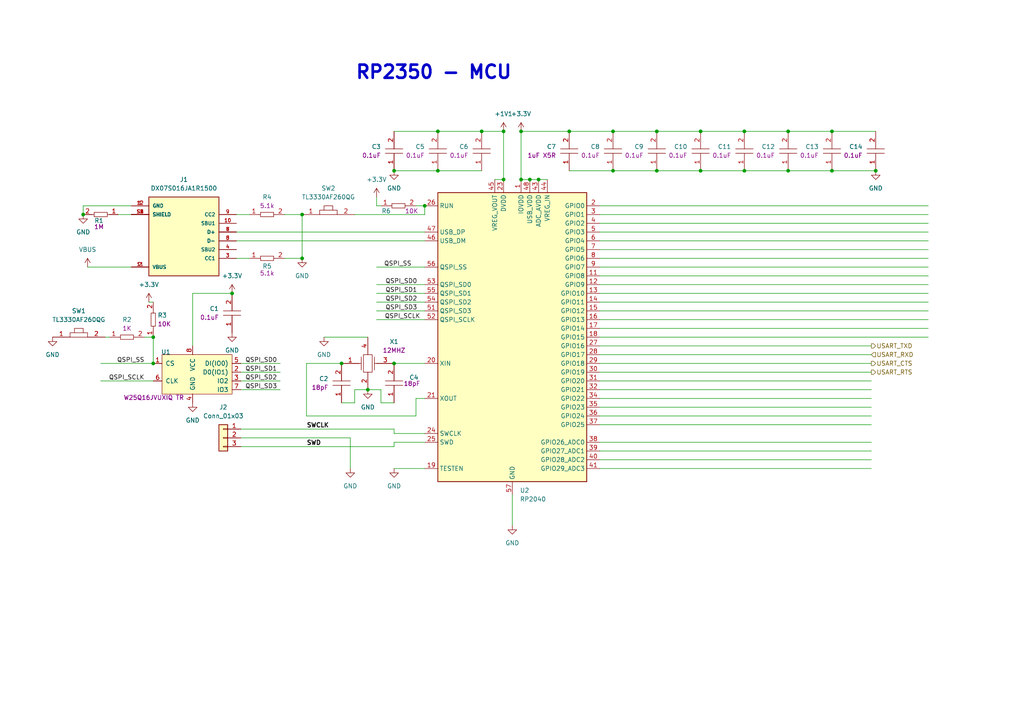
<source format=kicad_sch>
(kicad_sch (version 20231120) (generator "eeschema") (generator_version "8.0")
  (paper "A4")
  (junction (at 123.19 59.69))
  (junction (at 241.3 38.1))
  (junction (at 215.9 49.53))
  (junction (at 114.3 105.41))
  (junction (at 146.05 52.07))
  (junction (at 99.06 105.41))
  (junction (at 146.05 38.1))
  (junction (at 215.9 38.1))
  (junction (at 114.3 49.53))
  (junction (at 190.5 38.1))
  (junction (at 151.13 52.07))
  (junction (at 153.67 52.07))
  (junction (at 127 38.1))
  (junction (at 177.8 49.53))
  (junction (at 106.68 113.03))
  (junction (at 87.63 74.93))
  (junction (at 203.2 49.53))
  (junction (at 203.2 38.1))
  (junction (at 87.63 62.23))
  (junction (at 165.1 38.1))
  (junction (at 44.45 105.41))
  (junction (at 254 49.53))
  (junction (at 44.45 97.79))
  (junction (at 151.13 38.1))
  (junction (at 67.31 85.09))
  (junction (at 127 49.53))
  (junction (at 241.3 49.53))
  (junction (at 228.6 38.1))
  (junction (at 228.6 49.53))
  (junction (at 139.7 38.1))
  (junction (at 177.8 38.1))
  (junction (at 156.21 52.07))
  (junction (at 190.5 49.53))
  (junction (at 24.13 62.23))
  (wire (pts (xy 41.91 97.79) (xy 44.45 97.79)))
  (wire (pts (xy 114.3 49.53) (xy 127 49.53)))
  (wire (pts (xy 123.19 128.27) (xy 114.3 128.27)))
  (wire (pts (xy 215.9 38.1) (xy 203.2 38.1)))
  (wire (pts (xy 252.73 105.41) (xy 173.99 105.41)))
  (wire (pts (xy 269.24 74.93) (xy 173.99 74.93)))
  (wire (pts (xy 252.73 120.65) (xy 173.99 120.65)))
  (wire (pts (xy 177.8 49.53) (xy 190.5 49.53)))
  (wire (pts (xy 269.24 69.85) (xy 173.99 69.85)))
  (wire (pts (xy 109.22 59.69) (xy 110.49 59.69)))
  (wire (pts (xy 102.87 116.84) (xy 102.87 113.03)))
  (wire (pts (xy 110.49 116.84) (xy 110.49 113.03)))
  (wire (pts (xy 67.31 85.09) (xy 55.88 85.09)))
  (wire (pts (xy 69.85 107.95) (xy 81.28 107.95)))
  (wire (pts (xy 143.51 52.07) (xy 146.05 52.07)))
  (wire (pts (xy 44.45 87.63) (xy 43.18 87.63)))
  (wire (pts (xy 269.24 90.17) (xy 173.99 90.17)))
  (wire (pts (xy 68.58 74.93) (xy 72.39 74.93)))
  (wire (pts (xy 156.21 52.07) (xy 158.75 52.07)))
  (wire (pts (xy 151.13 38.1) (xy 151.13 52.07)))
  (wire (pts (xy 252.73 118.11) (xy 173.99 118.11)))
  (wire (pts (xy 269.24 77.47) (xy 173.99 77.47)))
  (wire (pts (xy 269.24 87.63) (xy 173.99 87.63)))
  (wire (pts (xy 269.24 82.55) (xy 173.99 82.55)))
  (wire (pts (xy 252.73 133.35) (xy 173.99 133.35)))
  (wire (pts (xy 114.3 135.89) (xy 123.19 135.89)))
  (wire (pts (xy 252.73 113.03) (xy 173.99 113.03)))
  (wire (pts (xy 190.5 49.53) (xy 203.2 49.53)))
  (wire (pts (xy 120.65 115.57) (xy 123.19 115.57)))
  (wire (pts (xy 203.2 38.1) (xy 190.5 38.1)))
  (wire (pts (xy 269.24 95.25) (xy 173.99 95.25)))
  (wire (pts (xy 120.65 120.65) (xy 120.65 115.57)))
  (wire (pts (xy 146.05 38.1) (xy 146.05 52.07)))
  (wire (pts (xy 87.63 62.23) (xy 87.63 74.93)))
  (wire (pts (xy 165.1 49.53) (xy 177.8 49.53)))
  (wire (pts (xy 269.24 72.39) (xy 173.99 72.39)))
  (wire (pts (xy 102.87 62.23) (xy 123.19 62.23)))
  (wire (pts (xy 109.22 92.71) (xy 123.19 92.71)))
  (wire (pts (xy 203.2 49.53) (xy 215.9 49.53)))
  (wire (pts (xy 165.1 38.1) (xy 151.13 38.1)))
  (wire (pts (xy 25.4 77.47) (xy 38.1 77.47)))
  (wire (pts (xy 127 38.1) (xy 139.7 38.1)))
  (wire (pts (xy 109.22 82.55) (xy 123.19 82.55)))
  (wire (pts (xy 68.58 62.23) (xy 72.39 62.23)))
  (wire (pts (xy 69.85 105.41) (xy 81.28 105.41)))
  (wire (pts (xy 114.3 116.84) (xy 110.49 116.84)))
  (wire (pts (xy 228.6 38.1) (xy 215.9 38.1)))
  (wire (pts (xy 269.24 85.09) (xy 173.99 85.09)))
  (wire (pts (xy 55.88 85.09) (xy 55.88 100.33)))
  (wire (pts (xy 102.87 113.03) (xy 106.68 113.03)))
  (wire (pts (xy 269.24 80.01) (xy 173.99 80.01)))
  (wire (pts (xy 269.24 59.69) (xy 173.99 59.69)))
  (wire (pts (xy 254 38.1) (xy 241.3 38.1)))
  (wire (pts (xy 269.24 97.79) (xy 173.99 97.79)))
  (wire (pts (xy 252.73 128.27) (xy 173.99 128.27)))
  (wire (pts (xy 109.22 57.15) (xy 109.22 59.69)))
  (wire (pts (xy 93.98 97.79) (xy 106.68 97.79)))
  (wire (pts (xy 34.29 62.23) (xy 38.1 62.23)))
  (wire (pts (xy 68.58 69.85) (xy 123.19 69.85)))
  (wire (pts (xy 269.24 64.77) (xy 173.99 64.77)))
  (wire (pts (xy 269.24 67.31) (xy 173.99 67.31)))
  (wire (pts (xy 88.9 105.41) (xy 88.9 120.65)))
  (wire (pts (xy 88.9 120.65) (xy 120.65 120.65)))
  (wire (pts (xy 114.3 128.27) (xy 114.3 129.54)))
  (wire (pts (xy 228.6 49.53) (xy 241.3 49.53)))
  (wire (pts (xy 69.85 129.54) (xy 114.3 129.54)))
  (wire (pts (xy 241.3 49.53) (xy 254 49.53)))
  (wire (pts (xy 123.19 62.23) (xy 123.19 59.69)))
  (wire (pts (xy 31.75 97.79) (xy 30.48 97.79)))
  (wire (pts (xy 252.73 115.57) (xy 173.99 115.57)))
  (wire (pts (xy 252.73 135.89) (xy 173.99 135.89)))
  (wire (pts (xy 252.73 110.49) (xy 173.99 110.49)))
  (wire (pts (xy 106.68 113.03) (xy 110.49 113.03)))
  (wire (pts (xy 109.22 90.17) (xy 123.19 90.17)))
  (wire (pts (xy 69.85 113.03) (xy 81.28 113.03)))
  (wire (pts (xy 82.55 74.93) (xy 87.63 74.93)))
  (wire (pts (xy 114.3 105.41) (xy 123.19 105.41)))
  (wire (pts (xy 252.73 100.33) (xy 173.99 100.33)))
  (wire (pts (xy 44.45 97.79) (xy 44.45 105.41)))
  (wire (pts (xy 109.22 85.09) (xy 123.19 85.09)))
  (wire (pts (xy 252.73 123.19) (xy 173.99 123.19)))
  (wire (pts (xy 151.13 52.07) (xy 153.67 52.07)))
  (wire (pts (xy 252.73 102.87) (xy 173.99 102.87)))
  (wire (pts (xy 69.85 110.49) (xy 81.28 110.49)))
  (wire (pts (xy 99.06 116.84) (xy 102.87 116.84)))
  (wire (pts (xy 127 49.53) (xy 139.7 49.53)))
  (wire (pts (xy 139.7 38.1) (xy 146.05 38.1)))
  (wire (pts (xy 68.58 67.31) (xy 123.19 67.31)))
  (wire (pts (xy 215.9 49.53) (xy 228.6 49.53)))
  (wire (pts (xy 82.55 62.23) (xy 87.63 62.23)))
  (wire (pts (xy 109.22 87.63) (xy 123.19 87.63)))
  (wire (pts (xy 252.73 130.81) (xy 173.99 130.81)))
  (wire (pts (xy 101.6 127) (xy 101.6 135.89)))
  (wire (pts (xy 153.67 52.07) (xy 156.21 52.07)))
  (wire (pts (xy 109.22 77.47) (xy 123.19 77.47)))
  (wire (pts (xy 241.3 38.1) (xy 228.6 38.1)))
  (wire (pts (xy 88.9 105.41) (xy 99.06 105.41)))
  (wire (pts (xy 120.65 59.69) (xy 123.19 59.69)))
  (wire (pts (xy 269.24 62.23) (xy 173.99 62.23)))
  (wire (pts (xy 177.8 38.1) (xy 165.1 38.1)))
  (wire (pts (xy 114.3 125.73) (xy 123.19 125.73)))
  (wire (pts (xy 114.3 38.1) (xy 127 38.1)))
  (wire (pts (xy 269.24 92.71) (xy 173.99 92.71)))
  (wire (pts (xy 252.73 107.95) (xy 173.99 107.95)))
  (wire (pts (xy 148.59 152.4) (xy 148.59 143.51)))
  (wire (pts (xy 69.85 127) (xy 101.6 127)))
  (wire (pts (xy 24.13 59.69) (xy 24.13 62.23)))
  (wire (pts (xy 114.3 124.46) (xy 114.3 125.73)))
  (wire (pts (xy 69.85 124.46) (xy 114.3 124.46)))
  (wire (pts (xy 29.21 110.49) (xy 44.45 110.49)))
  (wire (pts (xy 38.1 59.69) (xy 24.13 59.69)))
  (wire (pts (xy 29.21 105.41) (xy 44.45 105.41)))
  (wire (pts (xy 190.5 38.1) (xy 177.8 38.1)))
  (text "RP2350 - MCU " (at 127.254 21.082 0) (effects (font (size 3.81 3.81) (thickness 0.762) (bold yes))))
  (label "QSPI_SCLK" (at 121.92 92.71 180))
  (label "SWCLK" (at 88.9 124.46 0) (effects (font (thickness 0.254) (bold yes))))
  (label "QSPI_SD2" (at 111.76 87.63 0))
  (label "QSPI_SCLK" (at 41.91 110.49 180))
  (label "QSPI_SD0" (at 111.76 82.55 0))
  (label "QSPI_SD3" (at 111.76 90.17 0))
  (label "QSPI_SS" (at 119.38 77.47 180))
  (label "QSPI_SD2" (at 71.12 110.49 0))
  (label "SWD" (at 88.9 129.54 0) (effects (font (thickness 0.254) (bold yes))))
  (label "QSPI_SD0" (at 71.12 105.41 0))
  (label "QSPI_SD3" (at 71.12 113.03 0))
  (label "QSPI_SD1" (at 111.76 85.09 0))
  (label "QSPI_SS" (at 41.91 105.41 180))
  (label "QSPI_SD1" (at 71.12 107.95 0))
  (hierarchical_label "USART_RTS" (shape output) (at 252.73 107.95 0))
  (hierarchical_label "USART_RXD" (shape input) (at 252.73 102.87 0))
  (hierarchical_label "USART_CTS" (shape output) (at 252.73 105.41 0))
  (hierarchical_label "USART_TXD" (shape output) (at 252.73 100.33 0))
  (symbol (lib_id "power:GND") (at 55.88 116.84 0) (unit 1)
    (property "Reference" "#PWR05" (effects (hide yes)))
    (property "Value" "GND" (at 55.88 121.92 0))
  )
  (symbol (lib_id "power:+3.3V") (at 109.22 57.15 0) (unit 1)
    (property "Reference" "#PWR012" (effects (hide yes)))
    (property "Value" "+3.3V" (at 109.22 52.07 0))
  )
  (symbol (lib_id "power:GND") (at 254 49.53 0) (unit 1)
    (property "Reference" "#PWR018" (effects (hide yes)))
    (property "Value" "GND" (at 254 54.61 0))
  )
  (symbol (lib_id "power:GND") (at 87.63 74.93 0) (unit 1)
    (property "Reference" "#PWR08" (effects (hide yes)))
    (property "Value" "GND" (at 87.63 80.01 0))
  )
  (symbol (lib_id "AVR-KiCAD-Lib-Resistors:RC0402FR-0710KL") (at 44.45 92.71 90) (unit 1)
    (property "Reference" "R3" (at 45.72 91.4399 90) (effects (justify right)))
    (property "Value" "RC0402FR-0710KL" (effects (hide yes)))
    (property "Footprint" "AVR-KiCAD-Lib-Resistors:R0402" (effects (hide yes)))
    (property "Datasheet" "https://www.yageo.com/upload/media/product/productsearch/datasheet/rchip/PYu-RC_Group_51_RoHS_L_10.pdf" (effects (hide yes)))
    (property "Description" "10 kOhms ±1% 0.063W, 1/16W Chip Resistor 0402 (1005 Metric) Moisture Resistant Thick Film" (effects (hide yes)))
    (property "Cost QTY: 1" "0.10000" (effects (hide yes)))
    (property "Cost QTY: 1000" "0.00289" (effects (hide yes)))
    (property "Cost QTY: 2500" "0.00251" (effects (hide yes)))
    (property "Cost QTY: 5000" "0.00207" (effects (hide yes)))
    (property "Cost QTY: 10000" "*" (effects (hide yes)))
    (property "MFR" "Yageo" (effects (hide yes)))
    (property "MFR#" "RC0402FR-0710KL" (effects (hide yes)))
    (property "Vendor" "Digikey" (effects (hide yes)))
    (property "Vendor #" "311-10.0KLRCT-ND" (effects (hide yes)))
    (property "Designer" "AVR" (effects (hide yes)))
    (property "Height" "0.4mm" (effects (hide yes)))
    (property "Date Created" "12/11/2019" (effects (hide yes)))
    (property "Date Modified" "12/11/2019" (effects (hide yes)))
    (property "Lead-Free ?" "Yes" (effects (hide yes)))
    (property "RoHS Levels" "1" (effects (hide yes)))
    (property "Mounting" "SMT" (effects (hide yes)))
    (property "Pin Count #" "2" (effects (hide yes)))
    (property "Status" "Active" (effects (hide yes)))
    (property "Tolerance" "1%" (effects (hide yes)))
    (property "Type" "Thick FIlm Resistor" (effects (hide yes)))
    (property "Voltage" "*" (effects (hide yes)))
    (property "Package" "0402" (effects (hide yes)))
    (property "_Value_" "10K" (at 45.72 93.9799 90) (effects (justify right)))
    (property "Management_ID" "*" (effects (hide yes)))
  )
  (symbol (lib_id "AVR-KiCAD-Lib-Resistors:RC0402FR-0710KL") (at 115.57 59.69 0) (unit 1)
    (property "Reference" "R6" (at 112.014 61.214 0))
    (property "Value" "RC0402FR-0710KL" (effects (hide yes)))
    (property "Footprint" "AVR-KiCAD-Lib-Resistors:R0402" (effects (hide yes)))
    (property "Datasheet" "https://www.yageo.com/upload/media/product/productsearch/datasheet/rchip/PYu-RC_Group_51_RoHS_L_10.pdf" (effects (hide yes)))
    (property "Description" "10 kOhms ±1% 0.063W, 1/16W Chip Resistor 0402 (1005 Metric) Moisture Resistant Thick Film" (effects (hide yes)))
    (property "Cost QTY: 1" "0.10000" (effects (hide yes)))
    (property "Cost QTY: 1000" "0.00289" (effects (hide yes)))
    (property "Cost QTY: 2500" "0.00251" (effects (hide yes)))
    (property "Cost QTY: 5000" "0.00207" (effects (hide yes)))
    (property "Cost QTY: 10000" "*" (effects (hide yes)))
    (property "MFR" "Yageo" (effects (hide yes)))
    (property "MFR#" "RC0402FR-0710KL" (effects (hide yes)))
    (property "Vendor" "Digikey" (effects (hide yes)))
    (property "Vendor #" "311-10.0KLRCT-ND" (effects (hide yes)))
    (property "Designer" "AVR" (effects (hide yes)))
    (property "Height" "0.4mm" (effects (hide yes)))
    (property "Date Created" "12/11/2019" (effects (hide yes)))
    (property "Date Modified" "12/11/2019" (effects (hide yes)))
    (property "Lead-Free ?" "Yes" (effects (hide yes)))
    (property "RoHS Levels" "1" (effects (hide yes)))
    (property "Mounting" "SMT" (effects (hide yes)))
    (property "Pin Count #" "2" (effects (hide yes)))
    (property "Status" "Active" (effects (hide yes)))
    (property "Tolerance" "1%" (effects (hide yes)))
    (property "Type" "Thick FIlm Resistor" (effects (hide yes)))
    (property "Voltage" "*" (effects (hide yes)))
    (property "Package" "0402" (effects (hide yes)))
    (property "_Value_" "10K" (at 119.38 61.214 0))
    (property "Management_ID" "*" (effects (hide yes)))
  )
  (symbol (lib_id "AVR-KiCAD-Lib-Capacitors:C0402C104K9PACTU") (at 190.5 44.45 90) (unit 1)
    (property "Reference" "C9" (at 186.69 42.5449 90) (effects (justify left)))
    (property "Value" "C0402C104K9PACTU" (effects (hide yes)))
    (property "Footprint" "AVR-KiCAD-Lib-Resistors:R0402" (effects (hide yes)))
    (property "Datasheet" "https://content.kemet.com/datasheets/KEM_C1006_X5R_SMD.pdf" (effects (hide yes)))
    (property "Description" "0.1µF ±10% 6.3V Ceramic Capacitor X5R 0402 (1005 Metric)" (effects (hide yes)))
    (property "Cost QTY: 1" "0.10000" (effects (hide yes)))
    (property "Cost QTY: 1000" "0.01139" (effects (hide yes)))
    (property "Cost QTY: 2500" "0.01035" (effects (hide yes)))
    (property "Cost QTY: 5000" "0.00952" (effects (hide yes)))
    (property "Cost QTY: 10000" "0.00756" (effects (hide yes)))
    (property "MFR" "KEMET" (effects (hide yes)))
    (property "MFR#" "C0402C104K9PACTU" (effects (hide yes)))
    (property "Vendor" "Digikey" (effects (hide yes)))
    (property "Vendor #" "399-3026-6-ND" (effects (hide yes)))
    (property "Designer" "AVR" (effects (hide yes)))
    (property "Height" "0.55mm" (effects (hide yes)))
    (property "Date Created" "12/7/2019" (effects (hide yes)))
    (property "Date Modified" "12/7/2019" (effects (hide yes)))
    (property "Lead-Free ?" "Yes" (effects (hide yes)))
    (property "RoHS Levels" "1" (effects (hide yes)))
    (property "Mounting" "SMT" (effects (hide yes)))
    (property "Pin Count #" "2" (effects (hide yes)))
    (property "Status" "Active" (effects (hide yes)))
    (property "Tolerance" "10%" (effects (hide yes)))
    (property "Type" "Ceramic Cap" (effects (hide yes)))
    (property "Voltage" "6.3V" (effects (hide yes)))
    (property "Package" "0402" (effects (hide yes)))
    (property "_Value_" "0.1uF" (at 186.69 45.0849 90) (effects (justify left)))
    (property "Management_ID" "*" (effects (hide yes)))
  )
  (symbol (lib_id "power:GND") (at 67.31 96.52 0) (unit 1)
    (property "Reference" "#PWR07" (effects (hide yes)))
    (property "Value" "GND" (at 67.31 101.6 0))
  )
  (symbol (lib_id "Connector_Generic:Conn_01x03") (at 64.77 127 0) (mirror y) (unit 1)
    (property "Reference" "J2" (at 64.77 118.11 0))
    (property "Value" "Conn_01x03" (at 64.77 120.65 0))
    (property "Footprint" "AVR-KiCAD-Lib-Connectors:Pin_Header_Angled_1x03_Pitch2.54mm" (effects (hide yes)))
    (property "Description" "Generic connector, single row, 01x03, script generated (kicad-library-utils/schlib/autogen/connector/)" (effects (hide yes)))
  )
  (symbol (lib_id "AVR-KiCAD-Lib-Capacitors:C0402C104K9PACTU") (at 127 44.45 90) (unit 1)
    (property "Reference" "C5" (at 123.19 42.5449 90) (effects (justify left)))
    (property "Value" "C0402C104K9PACTU" (effects (hide yes)))
    (property "Footprint" "AVR-KiCAD-Lib-Resistors:R0402" (effects (hide yes)))
    (property "Datasheet" "https://content.kemet.com/datasheets/KEM_C1006_X5R_SMD.pdf" (effects (hide yes)))
    (property "Description" "0.1µF ±10% 6.3V Ceramic Capacitor X5R 0402 (1005 Metric)" (effects (hide yes)))
    (property "Cost QTY: 1" "0.10000" (effects (hide yes)))
    (property "Cost QTY: 1000" "0.01139" (effects (hide yes)))
    (property "Cost QTY: 2500" "0.01035" (effects (hide yes)))
    (property "Cost QTY: 5000" "0.00952" (effects (hide yes)))
    (property "Cost QTY: 10000" "0.00756" (effects (hide yes)))
    (property "MFR" "KEMET" (effects (hide yes)))
    (property "MFR#" "C0402C104K9PACTU" (effects (hide yes)))
    (property "Vendor" "Digikey" (effects (hide yes)))
    (property "Vendor #" "399-3026-6-ND" (effects (hide yes)))
    (property "Designer" "AVR" (effects (hide yes)))
    (property "Height" "0.55mm" (effects (hide yes)))
    (property "Date Created" "12/7/2019" (effects (hide yes)))
    (property "Date Modified" "12/7/2019" (effects (hide yes)))
    (property "Lead-Free ?" "Yes" (effects (hide yes)))
    (property "RoHS Levels" "1" (effects (hide yes)))
    (property "Mounting" "SMT" (effects (hide yes)))
    (property "Pin Count #" "2" (effects (hide yes)))
    (property "Status" "Active" (effects (hide yes)))
    (property "Tolerance" "10%" (effects (hide yes)))
    (property "Type" "Ceramic Cap" (effects (hide yes)))
    (property "Voltage" "6.3V" (effects (hide yes)))
    (property "Package" "0402" (effects (hide yes)))
    (property "_Value_" "0.1uF" (at 123.19 45.0849 90) (effects (justify left)))
    (property "Management_ID" "*" (effects (hide yes)))
  )
  (symbol (lib_id "power:GND") (at 101.6 135.89 0) (unit 1)
    (property "Reference" "#PWR010" (effects (hide yes)))
    (property "Value" "GND" (at 101.6 140.97 0))
  )
  (symbol (lib_id "AVR-KiCAD-Lib-Capacitors:C0402C104K9PACTU") (at 114.3 44.45 90) (unit 1)
    (property "Reference" "C3" (at 110.49 42.5449 90) (effects (justify left)))
    (property "Value" "C0402C104K9PACTU" (effects (hide yes)))
    (property "Footprint" "AVR-KiCAD-Lib-Resistors:R0402" (effects (hide yes)))
    (property "Datasheet" "https://content.kemet.com/datasheets/KEM_C1006_X5R_SMD.pdf" (effects (hide yes)))
    (property "Description" "0.1µF ±10% 6.3V Ceramic Capacitor X5R 0402 (1005 Metric)" (effects (hide yes)))
    (property "Cost QTY: 1" "0.10000" (effects (hide yes)))
    (property "Cost QTY: 1000" "0.01139" (effects (hide yes)))
    (property "Cost QTY: 2500" "0.01035" (effects (hide yes)))
    (property "Cost QTY: 5000" "0.00952" (effects (hide yes)))
    (property "Cost QTY: 10000" "0.00756" (effects (hide yes)))
    (property "MFR" "KEMET" (effects (hide yes)))
    (property "MFR#" "C0402C104K9PACTU" (effects (hide yes)))
    (property "Vendor" "Digikey" (effects (hide yes)))
    (property "Vendor #" "399-3026-6-ND" (effects (hide yes)))
    (property "Designer" "AVR" (effects (hide yes)))
    (property "Height" "0.55mm" (effects (hide yes)))
    (property "Date Created" "12/7/2019" (effects (hide yes)))
    (property "Date Modified" "12/7/2019" (effects (hide yes)))
    (property "Lead-Free ?" "Yes" (effects (hide yes)))
    (property "RoHS Levels" "1" (effects (hide yes)))
    (property "Mounting" "SMT" (effects (hide yes)))
    (property "Pin Count #" "2" (effects (hide yes)))
    (property "Status" "Active" (effects (hide yes)))
    (property "Tolerance" "10%" (effects (hide yes)))
    (property "Type" "Ceramic Cap" (effects (hide yes)))
    (property "Voltage" "6.3V" (effects (hide yes)))
    (property "Package" "0402" (effects (hide yes)))
    (property "_Value_" "0.1uF" (at 110.49 45.0849 90) (effects (justify left)))
    (property "Management_ID" "*" (effects (hide yes)))
  )
  (symbol (lib_id "power:GND") (at 106.68 113.03 0) (unit 1)
    (property "Reference" "#PWR011" (effects (hide yes)))
    (property "Value" "GND" (at 106.68 118.11 0))
  )
  (symbol (lib_id "AVR-KiCAD-Lib-Capacitors:CC0603KRX5R7BB105") (at 165.1 44.45 90) (unit 1)
    (property "Reference" "C7" (at 161.29 42.5449 90) (effects (justify left)))
    (property "Value" "CC0603KRX5R7BB105" (effects (hide yes)))
    (property "Footprint" "AVR-KiCAD-Lib-Capacitors:C0603" (effects (hide yes)))
    (property "Datasheet" "https://www.yageo.com/upload/media/product/productsearch/datasheet/mlcc/UPY-GPHC_X5R_4V-to-50V_25.pdf" (effects (hide yes)))
    (property "Description" "1µF ±10% 16V Ceramic Capacitor X5R 0603 (1608 Metric)" (effects (hide yes)))
    (property "Cost QTY: 1" "0.11000" (effects (hide yes)))
    (property "Cost QTY: 1000" "0.02217" (effects (hide yes)))
    (property "Cost QTY: 2500" "*" (effects (hide yes)))
    (property "Cost QTY: 5000" "0.01645" (effects (hide yes)))
    (property "Cost QTY: 10000" "0.01530" (effects (hide yes)))
    (property "MFR" "Yageo" (effects (hide yes)))
    (property "MFR#" "CC0603KRX5R7BB105" (effects (hide yes)))
    (property "Vendor" "Digikey" (effects (hide yes)))
    (property "Vendor #" "311-1444-1-ND" (effects (hide yes)))
    (property "Designer" "AVR" (effects (hide yes)))
    (property "Height" "0.9mm" (effects (hide yes)))
    (property "Date Created" "12/7/2019" (effects (hide yes)))
    (property "Date Modified" "12/7/2019" (effects (hide yes)))
    (property "Lead-Free ?" "Yes" (effects (hide yes)))
    (property "RoHS Levels" "1" (effects (hide yes)))
    (property "Mounting" "SMT" (effects (hide yes)))
    (property "Pin Count #" "2" (effects (hide yes)))
    (property "Status" "Active" (effects (hide yes)))
    (property "Tolerance" "10%" (effects (hide yes)))
    (property "Type" "Ceramic Cap" (effects (hide yes)))
    (property "Voltage" "16V" (effects (hide yes)))
    (property "Package" "0603" (effects (hide yes)))
    (property "_Value_" "1uF X5R" (at 161.29 45.0849 90) (effects (justify left)))
    (property "Management_ID" "*" (effects (hide yes)))
  )
  (symbol (lib_id "AVR-KiCAD-Lib-ICs:W25Q16JVUXIQ_TR") (at 46.99 114.3 0) (unit 1)
    (property "Reference" "U1" (at 46.736 102.108 0) (effects (justify left)))
    (property "Value" "TEMPLATE" (effects (hide yes)))
    (property "Footprint" "AVR-KiCAD-Lib-ICs:PSON50P300X200X60-9N" (effects (hide yes)))
    (property "Datasheet" "https://www.winbond.com/resource-files/w25q16jv%20spi%20revh%2004082019%20plus.pdf" (effects (hide yes)))
    (property "Description" "FLASH - NOR Memory IC 16Mbit SPI - Quad I/O 133 MHz 6 ns 8-USON (2x3)" (effects (hide yes)))
    (property "Cost QTY: 1" "0.58000" (effects (hide yes)))
    (property "Cost QTY: 1000" "0.43459" (effects (hide yes)))
    (property "Cost QTY: 2500" "*" (effects (hide yes)))
    (property "Cost QTY: 5000" "*" (effects (hide yes)))
    (property "Cost QTY: 10000" "*" (effects (hide yes)))
    (property "MFR" "Winbond Electronics" (effects (hide yes)))
    (property "MFR#" "W25Q16JVUXIQ TR" (effects (hide yes)))
    (property "Vendor" "Digikey" (effects (hide yes)))
    (property "Vendor #" "256-W25Q16JVUXIQTR-ND" (effects (hide yes)))
    (property "Designer" "Adam Vadala-Roth" (effects (hide yes)))
    (property "Height" "0.5mm" (effects (hide yes)))
    (property "Date Created" "4/13/2024" (effects (hide yes)))
    (property "Date Modified" "4/13/2024" (effects (hide yes)))
    (property "Lead-Free ?" "yes" (effects (hide yes)))
    (property "RoHS Levels" "1" (effects (hide yes)))
    (property "Mounting" "SMT" (effects (hide yes)))
    (property "Pin Count #" "8" (effects (hide yes)))
    (property "Status" "Active" (effects (hide yes)))
    (property "Tolerance" "*" (effects (hide yes)))
    (property "Type" "IC" (effects (hide yes)))
    (property "Voltage" "3.3V" (effects (hide yes)))
    (property "Package" "UFDFN" (effects (hide yes)))
    (property "_Value_" "W25Q16JVUXIQ TR" (at 35.814 115.316 0) (effects (justify left)))
    (property "Management_ID" "*" (effects (hide yes)))
  )
  (symbol (lib_id "power:VBUS") (at 25.4 77.47 0) (unit 1)
    (property "Reference" "#PWR03" (effects (hide yes)))
    (property "Value" "VBUS" (at 25.4 72.39 0))
  )
  (symbol (lib_id "AVR-KiCAD-Lib-Mech-Switches:TL3330AF260QG") (at 95.25 62.23 0) (unit 1)
    (property "Reference" "SW2" (at 95.25 54.61 0))
    (property "Value" "TL3330AF260QG" (at 95.25 57.15 0))
    (property "Footprint" "AVR-KiCAD-Lib-Mech-Switches:SW_TL3330AF260QG" (effects (hide yes)))
    (property "Datasheet" "https://sten-eswitch-13110800-production.s3.amazonaws.com/system/asset/product_line/data_sheet/163/TL3330.pdf" (effects (hide yes)))
    (property "Description" "Tactile Switch SPST-NO Side Actuated Surface Mount, Right Angle" (effects (hide yes)))
    (property "Cost QTY: 1" "0.51000" (effects (hide yes)))
    (property "Cost QTY: 1000" "0.30734" (effects (hide yes)))
    (property "Cost QTY: 2500" "0.30734" (effects (hide yes)))
    (property "Cost QTY: 5000" "0.29107" (effects (hide yes)))
    (property "Cost QTY: 10000" "0.26938" (effects (hide yes)))
    (property "MFR" "E-Switch" (effects (hide yes)))
    (property "MFR#" "TL3330AF260QG" (effects (hide yes)))
    (property "Vendor" "Digikey" (effects (hide yes)))
    (property "Vendor #" "EG4389TR-ND" (effects (hide yes)))
    (property "Designer" "AVR" (effects (hide yes)))
    (property "Height" "4.4mm" (effects (hide yes)))
    (property "Date Created" "4/14/2024" (effects (hide yes)))
    (property "Date Modified" "4/14/2024" (effects (hide yes)))
    (property "Lead-Free ?" "Yes" (effects (hide yes)))
    (property "RoHS Levels" "1" (effects (hide yes)))
    (property "Mounting" "SMT" (effects (hide yes)))
    (property "Pin Count #" "2" (effects (hide yes)))
    (property "Status" "Active" (effects (hide yes)))
    (property "Tolerance" "*" (effects (hide yes)))
    (property "Type" "Mechanical Momentary Switch " (effects (hide yes)))
    (property "Voltage" "12VDC" (effects (hide yes)))
    (property "Package" "Proprietary" (effects (hide yes)))
    (property "_Value_" "TL3330AF260QG" (effects (hide yes)))
    (property "Management_ID" "*" (effects (hide yes)))
  )
  (symbol (lib_id "AVR-KiCAD-Lib-Resistors:RT0603BRD071ML") (at 29.21 62.23 180) (unit 1)
    (property "Reference" "R1" (at 28.702 64.008 0))
    (property "Value" "RT0603BRD071ML" (effects (hide yes)))
    (property "Footprint" "AVR-KiCAD-Lib-Resistors:R0603" (effects (hide yes)))
    (property "Datasheet" "https://www.yageo.com/upload/media/product/app/datasheet/rchip/pyu-rt_1-to-0.01_rohs_l.pdf" (effects (hide yes)))
    (property "Description" "RES SMD 1M OHM 0.1% 1/10W 0603" (effects (hide yes)))
    (property "Cost QTY: 1" "0.13000" (effects (hide yes)))
    (property "Cost QTY: 1000" "0.04943" (effects (hide yes)))
    (property "Cost QTY: 2500" "*" (effects (hide yes)))
    (property "Cost QTY: 5000" "0.03679" (effects (hide yes)))
    (property "Cost QTY: 10000" "0.03224" (effects (hide yes)))
    (property "MFR" "YAGEO" (effects (hide yes)))
    (property "MFR#" "RT0603BRD071ML" (effects (hide yes)))
    (property "Vendor" "Digikey" (effects (hide yes)))
    (property "Vendor #" "YAG4498TR-ND" (effects (hide yes)))
    (property "Designer" "Adam Vadala-Roth" (effects (hide yes)))
    (property "Height" "0.55mm" (effects (hide yes)))
    (property "Date Created" "3/8/2024" (effects (hide yes)))
    (property "Date Modified" "3/8/2024" (effects (hide yes)))
    (property "Lead-Free ?" "Yes" (effects (hide yes)))
    (property "RoHS Levels" "1" (effects (hide yes)))
    (property "Mounting" "SMT" (effects (hide yes)))
    (property "Pin Count #" "2" (effects (hide yes)))
    (property "Status" "Active" (effects (hide yes)))
    (property "Tolerance" "1%" (effects (hide yes)))
    (property "Type" "Resistor" (effects (hide yes)))
    (property "Voltage" "N/A" (effects (hide yes)))
    (property "Package" "0603" (effects (hide yes)))
    (property "_Value_" "1M" (at 28.702 65.786 0))
    (property "Management_ID" "*" (effects (hide yes)))
  )
  (symbol (lib_id "AVR-KiCAD-Lib-Connectors:DX07S016JA1R1500") (at 63.5 80.01 180) (unit 1)
    (property "Reference" "J1" (at 53.34 52.07 0))
    (property "Value" "DX07S016JA1R1500" (at 53.34 54.61 0))
    (property "Footprint" "AVR-KiCAD-Lib-Connectors:JAE_DX07S016JA1R1500" (effects (hide yes)))
    (property "Datasheet" "https://www.jae.com/direct/topics/topics_file_download/?topics_id=91780&ext_no=04&_lang=en&v=2020041313384666992409" (effects (hide yes)))
    (property "Description" "USB-C (USB TYPE-C) USB 2.0 Receptacle Connector 24 (16+8 Dummy) Position Surface Mount, Right Angle; Through Hole" (effects (hide yes)))
    (property "Cost QTY: 1" "1.51000" (effects (hide yes)))
    (property "Cost QTY: 1000" "0.81200" (effects (hide yes)))
    (property "Cost QTY: 2500" "*" (effects (hide yes)))
    (property "Cost QTY: 5000" "*" (effects (hide yes)))
    (property "Cost QTY: 10000" "*" (effects (hide yes)))
    (property "MFR" "JAE Electronics" (effects (hide yes)))
    (property "MFR#" "DX07S016JA1R1500" (effects (hide yes)))
    (property "Vendor" "Digikey" (effects (hide yes)))
    (property "Vendor #" "670-DX07S016JA1R1500TR-ND" (effects (hide yes)))
    (property "Designer" "AVR" (effects (hide yes)))
    (property "Height" "3.2mm" (effects (hide yes)))
    (property "Date Created" "2/10/2021" (effects (hide yes)))
    (property "Date Modified" "2/10/2021" (effects (hide yes)))
    (property "Lead-Free ?" "Yes" (effects (hide yes)))
    (property "RoHS Levels" "1" (effects (hide yes)))
    (property "Mounting" "Throughhole & SMT" (effects (hide yes)))
    (property "Pin Count #" "16" (effects (hide yes)))
    (property "Status" "Active" (effects (hide yes)))
    (property "Tolerance" "*" (effects (hide yes)))
    (property "Type" "USB-C" (effects (hide yes)))
    (property "Voltage" "20V" (effects (hide yes)))
    (property "Package" "*" (effects (hide yes)))
    (property "_Value_" "DX07S016JA1R1500" (effects (hide yes)))
    (property "Management_ID" "*" (effects (hide yes)))
  )
  (symbol (lib_id "AVR-KiCAD-Lib-Capacitors:C0402C104K9PACTU") (at 203.2 44.45 90) (unit 1)
    (property "Reference" "C10" (at 199.39 42.5449 90) (effects (justify left)))
    (property "Value" "C0402C104K9PACTU" (effects (hide yes)))
    (property "Footprint" "AVR-KiCAD-Lib-Resistors:R0402" (effects (hide yes)))
    (property "Datasheet" "https://content.kemet.com/datasheets/KEM_C1006_X5R_SMD.pdf" (effects (hide yes)))
    (property "Description" "0.1µF ±10% 6.3V Ceramic Capacitor X5R 0402 (1005 Metric)" (effects (hide yes)))
    (property "Cost QTY: 1" "0.10000" (effects (hide yes)))
    (property "Cost QTY: 1000" "0.01139" (effects (hide yes)))
    (property "Cost QTY: 2500" "0.01035" (effects (hide yes)))
    (property "Cost QTY: 5000" "0.00952" (effects (hide yes)))
    (property "Cost QTY: 10000" "0.00756" (effects (hide yes)))
    (property "MFR" "KEMET" (effects (hide yes)))
    (property "MFR#" "C0402C104K9PACTU" (effects (hide yes)))
    (property "Vendor" "Digikey" (effects (hide yes)))
    (property "Vendor #" "399-3026-6-ND" (effects (hide yes)))
    (property "Designer" "AVR" (effects (hide yes)))
    (property "Height" "0.55mm" (effects (hide yes)))
    (property "Date Created" "12/7/2019" (effects (hide yes)))
    (property "Date Modified" "12/7/2019" (effects (hide yes)))
    (property "Lead-Free ?" "Yes" (effects (hide yes)))
    (property "RoHS Levels" "1" (effects (hide yes)))
    (property "Mounting" "SMT" (effects (hide yes)))
    (property "Pin Count #" "2" (effects (hide yes)))
    (property "Status" "Active" (effects (hide yes)))
    (property "Tolerance" "10%" (effects (hide yes)))
    (property "Type" "Ceramic Cap" (effects (hide yes)))
    (property "Voltage" "6.3V" (effects (hide yes)))
    (property "Package" "0402" (effects (hide yes)))
    (property "_Value_" "0.1uF" (at 199.39 45.0849 90) (effects (justify left)))
    (property "Management_ID" "*" (effects (hide yes)))
  )
  (symbol (lib_id "power:GND") (at 114.3 135.89 0) (unit 1)
    (property "Reference" "#PWR014" (effects (hide yes)))
    (property "Value" "GND" (at 114.3 140.97 0))
  )
  (symbol (lib_id "power:GND") (at 15.24 97.79 0) (unit 1)
    (property "Reference" "#PWR01" (effects (hide yes)))
    (property "Value" "GND" (at 15.24 102.87 0))
  )
  (symbol (lib_id "power:GND") (at 24.13 62.23 0) (unit 1)
    (property "Reference" "#PWR02" (effects (hide yes)))
    (property "Value" "GND" (at 24.13 67.31 0))
  )
  (symbol (lib_id "power:+3.3V") (at 151.13 38.1 0) (unit 1)
    (property "Reference" "#PWR017" (effects (hide yes)))
    (property "Value" "+3.3V" (at 151.13 33.02 0))
  )
  (symbol (lib_id "AVR-KiCAD-Lib-Resistors:RC0402FR-071KL") (at 36.83 97.79 0) (unit 1)
    (property "Reference" "R2" (at 36.83 92.71 0))
    (property "Value" "RC0402FR-071KL" (effects (hide yes)))
    (property "Footprint" "AVR-KiCAD-Lib-Resistors:R0402" (effects (hide yes)))
    (property "Datasheet" "https://www.yageo.com/upload/media/product/productsearch/datasheet/rchip/PYu-RC_Group_51_RoHS_L_10.pdf" (effects (hide yes)))
    (property "Description" "1 kOhms ±1% 0.063W, 1/16W Chip Resistor 0402 (1005 Metric) Moisture Resistant Thick Film" (effects (hide yes)))
    (property "Cost QTY: 1" "0.10000" (effects (hide yes)))
    (property "Cost QTY: 1000" "0.00289" (effects (hide yes)))
    (property "Cost QTY: 2500" "0.00251" (effects (hide yes)))
    (property "Cost QTY: 5000" "0.00207" (effects (hide yes)))
    (property "Cost QTY: 10000" "0.00163" (effects (hide yes)))
    (property "MFR" "Yageo" (effects (hide yes)))
    (property "MFR#" "RC0402FR-071KL" (effects (hide yes)))
    (property "Vendor" "Digikey" (effects (hide yes)))
    (property "Vendor #" "311-1.00KLRTR-ND" (effects (hide yes)))
    (property "Designer" "AVR" (effects (hide yes)))
    (property "Height" "0.4mm" (effects (hide yes)))
    (property "Date Created" "12/11/2019" (effects (hide yes)))
    (property "Date Modified" "12/11/2019" (effects (hide yes)))
    (property "Lead-Free ?" "Yes" (effects (hide yes)))
    (property "RoHS Levels" "1" (effects (hide yes)))
    (property "Mounting" "SMT" (effects (hide yes)))
    (property "Pin Count #" "2" (effects (hide yes)))
    (property "Status" "Active" (effects (hide yes)))
    (property "Tolerance" "1%" (effects (hide yes)))
    (property "Type" "Thick Film Resistor" (effects (hide yes)))
    (property "Voltage" "*" (effects (hide yes)))
    (property "Package" "0402" (effects (hide yes)))
    (property "_Value_" "1K" (at 36.83 95.25 0))
    (property "Management_ID" "*" (effects (hide yes)))
  )
  (symbol (lib_id "AVR-KiCAD-Lib-Capacitors:C0402C104K9PACTU") (at 228.6 44.45 90) (unit 1)
    (property "Reference" "C12" (at 224.79 42.5449 90) (effects (justify left)))
    (property "Value" "C0402C104K9PACTU" (effects (hide yes)))
    (property "Footprint" "AVR-KiCAD-Lib-Resistors:R0402" (effects (hide yes)))
    (property "Datasheet" "https://content.kemet.com/datasheets/KEM_C1006_X5R_SMD.pdf" (effects (hide yes)))
    (property "Description" "0.1µF ±10% 6.3V Ceramic Capacitor X5R 0402 (1005 Metric)" (effects (hide yes)))
    (property "Cost QTY: 1" "0.10000" (effects (hide yes)))
    (property "Cost QTY: 1000" "0.01139" (effects (hide yes)))
    (property "Cost QTY: 2500" "0.01035" (effects (hide yes)))
    (property "Cost QTY: 5000" "0.00952" (effects (hide yes)))
    (property "Cost QTY: 10000" "0.00756" (effects (hide yes)))
    (property "MFR" "KEMET" (effects (hide yes)))
    (property "MFR#" "C0402C104K9PACTU" (effects (hide yes)))
    (property "Vendor" "Digikey" (effects (hide yes)))
    (property "Vendor #" "399-3026-6-ND" (effects (hide yes)))
    (property "Designer" "AVR" (effects (hide yes)))
    (property "Height" "0.55mm" (effects (hide yes)))
    (property "Date Created" "12/7/2019" (effects (hide yes)))
    (property "Date Modified" "12/7/2019" (effects (hide yes)))
    (property "Lead-Free ?" "Yes" (effects (hide yes)))
    (property "RoHS Levels" "1" (effects (hide yes)))
    (property "Mounting" "SMT" (effects (hide yes)))
    (property "Pin Count #" "2" (effects (hide yes)))
    (property "Status" "Active" (effects (hide yes)))
    (property "Tolerance" "10%" (effects (hide yes)))
    (property "Type" "Ceramic Cap" (effects (hide yes)))
    (property "Voltage" "6.3V" (effects (hide yes)))
    (property "Package" "0402" (effects (hide yes)))
    (property "_Value_" "0.1uF" (at 224.79 45.0849 90) (effects (justify left)))
    (property "Management_ID" "*" (effects (hide yes)))
  )
  (symbol (lib_id "AVR-KiCAD-Lib-Capacitors:C0402C104K9PACTU") (at 139.7 44.45 90) (unit 1)
    (property "Reference" "C6" (at 135.89 42.5449 90) (effects (justify left)))
    (property "Value" "C0402C104K9PACTU" (effects (hide yes)))
    (property "Footprint" "AVR-KiCAD-Lib-Resistors:R0402" (effects (hide yes)))
    (property "Datasheet" "https://content.kemet.com/datasheets/KEM_C1006_X5R_SMD.pdf" (effects (hide yes)))
    (property "Description" "0.1µF ±10% 6.3V Ceramic Capacitor X5R 0402 (1005 Metric)" (effects (hide yes)))
    (property "Cost QTY: 1" "0.10000" (effects (hide yes)))
    (property "Cost QTY: 1000" "0.01139" (effects (hide yes)))
    (property "Cost QTY: 2500" "0.01035" (effects (hide yes)))
    (property "Cost QTY: 5000" "0.00952" (effects (hide yes)))
    (property "Cost QTY: 10000" "0.00756" (effects (hide yes)))
    (property "MFR" "KEMET" (effects (hide yes)))
    (property "MFR#" "C0402C104K9PACTU" (effects (hide yes)))
    (property "Vendor" "Digikey" (effects (hide yes)))
    (property "Vendor #" "399-3026-6-ND" (effects (hide yes)))
    (property "Designer" "AVR" (effects (hide yes)))
    (property "Height" "0.55mm" (effects (hide yes)))
    (property "Date Created" "12/7/2019" (effects (hide yes)))
    (property "Date Modified" "12/7/2019" (effects (hide yes)))
    (property "Lead-Free ?" "Yes" (effects (hide yes)))
    (property "RoHS Levels" "1" (effects (hide yes)))
    (property "Mounting" "SMT" (effects (hide yes)))
    (property "Pin Count #" "2" (effects (hide yes)))
    (property "Status" "Active" (effects (hide yes)))
    (property "Tolerance" "10%" (effects (hide yes)))
    (property "Type" "Ceramic Cap" (effects (hide yes)))
    (property "Voltage" "6.3V" (effects (hide yes)))
    (property "Package" "0402" (effects (hide yes)))
    (property "_Value_" "0.1uF" (at 135.89 45.0849 90) (effects (justify left)))
    (property "Management_ID" "*" (effects (hide yes)))
  )
  (symbol (lib_id "AVR-KiCAD-Lib-Capacitors:C0402C104K9PACTU") (at 254 44.45 90) (unit 1)
    (property "Reference" "C14" (at 250.19 42.5449 90) (effects (justify left)))
    (property "Value" "C0402C104K9PACTU" (effects (hide yes)))
    (property "Footprint" "AVR-KiCAD-Lib-Resistors:R0402" (effects (hide yes)))
    (property "Datasheet" "https://content.kemet.com/datasheets/KEM_C1006_X5R_SMD.pdf" (effects (hide yes)))
    (property "Description" "0.1µF ±10% 6.3V Ceramic Capacitor X5R 0402 (1005 Metric)" (effects (hide yes)))
    (property "Cost QTY: 1" "0.10000" (effects (hide yes)))
    (property "Cost QTY: 1000" "0.01139" (effects (hide yes)))
    (property "Cost QTY: 2500" "0.01035" (effects (hide yes)))
    (property "Cost QTY: 5000" "0.00952" (effects (hide yes)))
    (property "Cost QTY: 10000" "0.00756" (effects (hide yes)))
    (property "MFR" "KEMET" (effects (hide yes)))
    (property "MFR#" "C0402C104K9PACTU" (effects (hide yes)))
    (property "Vendor" "Digikey" (effects (hide yes)))
    (property "Vendor #" "399-3026-6-ND" (effects (hide yes)))
    (property "Designer" "AVR" (effects (hide yes)))
    (property "Height" "0.55mm" (effects (hide yes)))
    (property "Date Created" "12/7/2019" (effects (hide yes)))
    (property "Date Modified" "12/7/2019" (effects (hide yes)))
    (property "Lead-Free ?" "Yes" (effects (hide yes)))
    (property "RoHS Levels" "1" (effects (hide yes)))
    (property "Mounting" "SMT" (effects (hide yes)))
    (property "Pin Count #" "2" (effects (hide yes)))
    (property "Status" "Active" (effects (hide yes)))
    (property "Tolerance" "10%" (effects (hide yes)))
    (property "Type" "Ceramic Cap" (effects (hide yes)))
    (property "Voltage" "6.3V" (effects (hide yes)))
    (property "Package" "0402" (effects (hide yes)))
    (property "_Value_" "0.1uF" (at 250.19 45.0849 90) (effects (justify left)))
    (property "Management_ID" "*" (effects (hide yes)))
  )
  (symbol (lib_id "AVR-KiCAD-Lib-Mech-Switches:TL3330AF260QG") (at 22.86 97.79 0) (unit 1)
    (property "Reference" "SW1" (at 22.86 90.17 0))
    (property "Value" "TL3330AF260QG" (at 22.86 92.71 0))
    (property "Footprint" "AVR-KiCAD-Lib-Mech-Switches:SW_TL3330AF260QG" (effects (hide yes)))
    (property "Datasheet" "https://sten-eswitch-13110800-production.s3.amazonaws.com/system/asset/product_line/data_sheet/163/TL3330.pdf" (effects (hide yes)))
    (property "Description" "Tactile Switch SPST-NO Side Actuated Surface Mount, Right Angle" (effects (hide yes)))
    (property "Cost QTY: 1" "0.51000" (effects (hide yes)))
    (property "Cost QTY: 1000" "0.30734" (effects (hide yes)))
    (property "Cost QTY: 2500" "0.30734" (effects (hide yes)))
    (property "Cost QTY: 5000" "0.29107" (effects (hide yes)))
    (property "Cost QTY: 10000" "0.26938" (effects (hide yes)))
    (property "MFR" "E-Switch" (effects (hide yes)))
    (property "MFR#" "TL3330AF260QG" (effects (hide yes)))
    (property "Vendor" "Digikey" (effects (hide yes)))
    (property "Vendor #" "EG4389TR-ND" (effects (hide yes)))
    (property "Designer" "AVR" (effects (hide yes)))
    (property "Height" "4.4mm" (effects (hide yes)))
    (property "Date Created" "4/14/2024" (effects (hide yes)))
    (property "Date Modified" "4/14/2024" (effects (hide yes)))
    (property "Lead-Free ?" "Yes" (effects (hide yes)))
    (property "RoHS Levels" "1" (effects (hide yes)))
    (property "Mounting" "SMT" (effects (hide yes)))
    (property "Pin Count #" "2" (effects (hide yes)))
    (property "Status" "Active" (effects (hide yes)))
    (property "Tolerance" "*" (effects (hide yes)))
    (property "Type" "Mechanical Momentary Switch " (effects (hide yes)))
    (property "Voltage" "12VDC" (effects (hide yes)))
    (property "Package" "Proprietary" (effects (hide yes)))
    (property "_Value_" "TL3330AF260QG" (effects (hide yes)))
    (property "Management_ID" "*" (effects (hide yes)))
  )
  (symbol (lib_id "AVR-KiCAD-Lib-Capacitors:C0402C104K9PACTU") (at 241.3 44.45 90) (unit 1)
    (property "Reference" "C13" (at 237.49 42.5449 90) (effects (justify left)))
    (property "Value" "C0402C104K9PACTU" (effects (hide yes)))
    (property "Footprint" "AVR-KiCAD-Lib-Resistors:R0402" (effects (hide yes)))
    (property "Datasheet" "https://content.kemet.com/datasheets/KEM_C1006_X5R_SMD.pdf" (effects (hide yes)))
    (property "Description" "0.1µF ±10% 6.3V Ceramic Capacitor X5R 0402 (1005 Metric)" (effects (hide yes)))
    (property "Cost QTY: 1" "0.10000" (effects (hide yes)))
    (property "Cost QTY: 1000" "0.01139" (effects (hide yes)))
    (property "Cost QTY: 2500" "0.01035" (effects (hide yes)))
    (property "Cost QTY: 5000" "0.00952" (effects (hide yes)))
    (property "Cost QTY: 10000" "0.00756" (effects (hide yes)))
    (property "MFR" "KEMET" (effects (hide yes)))
    (property "MFR#" "C0402C104K9PACTU" (effects (hide yes)))
    (property "Vendor" "Digikey" (effects (hide yes)))
    (property "Vendor #" "399-3026-6-ND" (effects (hide yes)))
    (property "Designer" "AVR" (effects (hide yes)))
    (property "Height" "0.55mm" (effects (hide yes)))
    (property "Date Created" "12/7/2019" (effects (hide yes)))
    (property "Date Modified" "12/7/2019" (effects (hide yes)))
    (property "Lead-Free ?" "Yes" (effects (hide yes)))
    (property "RoHS Levels" "1" (effects (hide yes)))
    (property "Mounting" "SMT" (effects (hide yes)))
    (property "Pin Count #" "2" (effects (hide yes)))
    (property "Status" "Active" (effects (hide yes)))
    (property "Tolerance" "10%" (effects (hide yes)))
    (property "Type" "Ceramic Cap" (effects (hide yes)))
    (property "Voltage" "6.3V" (effects (hide yes)))
    (property "Package" "0402" (effects (hide yes)))
    (property "_Value_" "0.1uF" (at 237.49 45.0849 90) (effects (justify left)))
    (property "Management_ID" "*" (effects (hide yes)))
  )
  (symbol (lib_id "MCU_RaspberryPi:RP2040") (at 148.59 97.79 0) (unit 1)
    (property "Reference" "U2" (at 150.7841 142.24 0) (effects (justify left)))
    (property "Value" "RP2040" (at 150.7841 144.78 0) (effects (justify left)))
    (property "Footprint" "Package_DFN_QFN:QFN-56-1EP_7x7mm_P0.4mm_EP3.2x3.2mm" (effects (hide yes)))
    (property "Datasheet" "https://datasheets.raspberrypi.com/rp2040/rp2040-datasheet.pdf" (effects (hide yes)))
    (property "Description" "A microcontroller by Raspberry Pi" (effects (hide yes)))
  )
  (symbol (lib_id "power:GND") (at 148.59 152.4 0) (unit 1)
    (property "Reference" "#PWR016" (effects (hide yes)))
    (property "Value" "GND" (at 148.59 157.48 0))
  )
  (symbol (lib_id "AVR-KiCAD-Lib-Resistors:RC0402FR-075K1L") (at 77.47 74.93 0) (unit 1)
    (property "Reference" "R5" (at 77.47 77.216 0))
    (property "Value" "RC0402FR-075K1L" (effects (hide yes)))
    (property "Footprint" "AVR-KiCAD-Lib-Resistors:R0402" (effects (hide yes)))
    (property "Datasheet" "https://www.yageo.com/upload/media/product/products/datasheet/rchip/PYu-RC_Group_51_RoHS_L_12.pdf" (effects (hide yes)))
    (property "Description" "5.1 kOhms ±1% 0.063W, 1/16W Chip Resistor 0402 (1005 Metric) Moisture Resistant Thick Film" (effects (hide yes)))
    (property "Cost QTY: 1" "0.10000" (effects (hide yes)))
    (property "Cost QTY: 1000" "0.00417" (effects (hide yes)))
    (property "Cost QTY: 2500" "*" (effects (hide yes)))
    (property "Cost QTY: 5000" "0.00297" (effects (hide yes)))
    (property "Cost QTY: 10000" "*" (effects (hide yes)))
    (property "MFR" "YAGEO" (effects (hide yes)))
    (property "MFR#" "RC0402FR-075K1L" (effects (hide yes)))
    (property "Vendor" "Digikey" (effects (hide yes)))
    (property "Vendor #" "311-5.10KLRTR-ND" (effects (hide yes)))
    (property "Designer" "Adam Vadala-Roth" (effects (hide yes)))
    (property "Height" "0.4mm" (effects (hide yes)))
    (property "Date Created" "10/2/2024" (effects (hide yes)))
    (property "Date Modified" "10/2/2024" (effects (hide yes)))
    (property "Lead-Free ?" "Yes" (effects (hide yes)))
    (property "RoHS Levels" "1" (effects (hide yes)))
    (property "Mounting" "SMT" (effects (hide yes)))
    (property "Pin Count #" "2" (effects (hide yes)))
    (property "Status" "Active" (effects (hide yes)))
    (property "Tolerance" "1%" (effects (hide yes)))
    (property "Type" "Resistor" (effects (hide yes)))
    (property "Voltage" "N/A" (effects (hide yes)))
    (property "Package" "0402" (effects (hide yes)))
    (property "_Value_" "5.1k" (at 77.47 79.248 0))
    (property "Management_ID" "*" (effects (hide yes)))
  )
  (symbol (lib_id "AVR-KiCAD-Lib-Capacitors:GCM1555C1H180GA16D") (at 99.06 111.76 90) (unit 1)
    (property "Reference" "C2" (at 95.25 109.8549 90) (effects (justify left)))
    (property "Value" "GCM1555C1H180GA16D" (effects (hide yes)))
    (property "Footprint" "AVR-KiCAD-Lib-Capacitors:C0402" (effects (hide yes)))
    (property "Datasheet" "https://search.murata.co.jp/Ceramy/image/img/A01X/G101/ENG/GCM1555C1H180GA16-01.pdf" (effects (hide yes)))
    (property "Description" "18pF ±2% 50V Ceramic Capacitor C0G, NP0 0402 (1005 Metric)" (effects (hide yes)))
    (property "Cost QTY: 1" "0.11000" (effects (hide yes)))
    (property "Cost QTY: 1000" "0.02079" (effects (hide yes)))
    (property "Cost QTY: 2500" "0.01934" (effects (hide yes)))
    (property "Cost QTY: 5000" "0.01770" (effects (hide yes)))
    (property "Cost QTY: 10000" "0.01432" (effects (hide yes)))
    (property "MFR" "Murata Electronics" (effects (hide yes)))
    (property "MFR#" "GCM1555C1H180GA16D" (effects (hide yes)))
    (property "Vendor" "Digikey" (effects (hide yes)))
    (property "Vendor #" "490-16456-2-ND" (effects (hide yes)))
    (property "Designer" "AVR" (effects (hide yes)))
    (property "Height" "0.55mm" (effects (hide yes)))
    (property "Date Created" "6/16/2020" (effects (hide yes)))
    (property "Date Modified" "6/16/2020" (effects (hide yes)))
    (property "Lead-Free ?" "Yes" (effects (hide yes)))
    (property "RoHS Levels" "1" (effects (hide yes)))
    (property "Mounting" "SMT" (effects (hide yes)))
    (property "Pin Count #" "2" (effects (hide yes)))
    (property "Status" "Active" (effects (hide yes)))
    (property "Tolerance" "2%" (effects (hide yes)))
    (property "Type" "Ceramic CAP" (effects (hide yes)))
    (property "Voltage" "50V" (effects (hide yes)))
    (property "Package" "0402" (effects (hide yes)))
    (property "_Value_" "18pF" (at 95.25 112.3949 90) (effects (justify left)))
    (property "Management_ID" "*" (effects (hide yes)))
  )
  (symbol (lib_id "AVR-KiCAD-Lib-Capacitors:GCM1555C1H180GA16D") (at 114.3 111.76 90) (unit 1)
    (property "Reference" "C4" (at 121.412 109.474 90) (effects (justify left)))
    (property "Value" "GCM1555C1H180GA16D" (effects (hide yes)))
    (property "Footprint" "AVR-KiCAD-Lib-Capacitors:C0402" (effects (hide yes)))
    (property "Datasheet" "https://search.murata.co.jp/Ceramy/image/img/A01X/G101/ENG/GCM1555C1H180GA16-01.pdf" (effects (hide yes)))
    (property "Description" "18pF ±2% 50V Ceramic Capacitor C0G, NP0 0402 (1005 Metric)" (effects (hide yes)))
    (property "Cost QTY: 1" "0.11000" (effects (hide yes)))
    (property "Cost QTY: 1000" "0.02079" (effects (hide yes)))
    (property "Cost QTY: 2500" "0.01934" (effects (hide yes)))
    (property "Cost QTY: 5000" "0.01770" (effects (hide yes)))
    (property "Cost QTY: 10000" "0.01432" (effects (hide yes)))
    (property "MFR" "Murata Electronics" (effects (hide yes)))
    (property "MFR#" "GCM1555C1H180GA16D" (effects (hide yes)))
    (property "Vendor" "Digikey" (effects (hide yes)))
    (property "Vendor #" "490-16456-2-ND" (effects (hide yes)))
    (property "Designer" "AVR" (effects (hide yes)))
    (property "Height" "0.55mm" (effects (hide yes)))
    (property "Date Created" "6/16/2020" (effects (hide yes)))
    (property "Date Modified" "6/16/2020" (effects (hide yes)))
    (property "Lead-Free ?" "Yes" (effects (hide yes)))
    (property "RoHS Levels" "1" (effects (hide yes)))
    (property "Mounting" "SMT" (effects (hide yes)))
    (property "Pin Count #" "2" (effects (hide yes)))
    (property "Status" "Active" (effects (hide yes)))
    (property "Tolerance" "2%" (effects (hide yes)))
    (property "Type" "Ceramic CAP" (effects (hide yes)))
    (property "Voltage" "50V" (effects (hide yes)))
    (property "Package" "0402" (effects (hide yes)))
    (property "_Value_" "18pF" (at 121.92 111.252 90) (effects (justify left)))
    (property "Management_ID" "*" (effects (hide yes)))
  )
  (symbol (lib_id "power:GND") (at 114.3 49.53 0) (unit 1)
    (property "Reference" "#PWR013" (effects (hide yes)))
    (property "Value" "GND" (at 114.3 54.61 0))
  )
  (symbol (lib_id "AVR-KiCAD-Lib-Capacitors:C0402C104K9PACTU") (at 215.9 44.45 90) (unit 1)
    (property "Reference" "C11" (at 212.09 42.5449 90) (effects (justify left)))
    (property "Value" "C0402C104K9PACTU" (effects (hide yes)))
    (property "Footprint" "AVR-KiCAD-Lib-Resistors:R0402" (effects (hide yes)))
    (property "Datasheet" "https://content.kemet.com/datasheets/KEM_C1006_X5R_SMD.pdf" (effects (hide yes)))
    (property "Description" "0.1µF ±10% 6.3V Ceramic Capacitor X5R 0402 (1005 Metric)" (effects (hide yes)))
    (property "Cost QTY: 1" "0.10000" (effects (hide yes)))
    (property "Cost QTY: 1000" "0.01139" (effects (hide yes)))
    (property "Cost QTY: 2500" "0.01035" (effects (hide yes)))
    (property "Cost QTY: 5000" "0.00952" (effects (hide yes)))
    (property "Cost QTY: 10000" "0.00756" (effects (hide yes)))
    (property "MFR" "KEMET" (effects (hide yes)))
    (property "MFR#" "C0402C104K9PACTU" (effects (hide yes)))
    (property "Vendor" "Digikey" (effects (hide yes)))
    (property "Vendor #" "399-3026-6-ND" (effects (hide yes)))
    (property "Designer" "AVR" (effects (hide yes)))
    (property "Height" "0.55mm" (effects (hide yes)))
    (property "Date Created" "12/7/2019" (effects (hide yes)))
    (property "Date Modified" "12/7/2019" (effects (hide yes)))
    (property "Lead-Free ?" "Yes" (effects (hide yes)))
    (property "RoHS Levels" "1" (effects (hide yes)))
    (property "Mounting" "SMT" (effects (hide yes)))
    (property "Pin Count #" "2" (effects (hide yes)))
    (property "Status" "Active" (effects (hide yes)))
    (property "Tolerance" "10%" (effects (hide yes)))
    (property "Type" "Ceramic Cap" (effects (hide yes)))
    (property "Voltage" "6.3V" (effects (hide yes)))
    (property "Package" "0402" (effects (hide yes)))
    (property "_Value_" "0.1uF" (at 212.09 45.0849 90) (effects (justify left)))
    (property "Management_ID" "*" (effects (hide yes)))
  )
  (symbol (lib_id "power:GND") (at 93.98 97.79 0) (unit 1)
    (property "Reference" "#PWR09" (effects (hide yes)))
    (property "Value" "GND" (at 93.98 102.87 0))
  )
  (symbol (lib_id "power:+1V1") (at 146.05 38.1 0) (unit 1)
    (property "Reference" "#PWR015" (effects (hide yes)))
    (property "Value" "+1V1" (at 146.05 33.02 0))
  )
  (symbol (lib_id "AVR-KiCAD-Lib-Resistors:RC0402FR-075K1L") (at 77.47 62.23 0) (unit 1)
    (property "Reference" "R4" (at 77.47 57.15 0))
    (property "Value" "RC0402FR-075K1L" (effects (hide yes)))
    (property "Footprint" "AVR-KiCAD-Lib-Resistors:R0402" (effects (hide yes)))
    (property "Datasheet" "https://www.yageo.com/upload/media/product/products/datasheet/rchip/PYu-RC_Group_51_RoHS_L_12.pdf" (effects (hide yes)))
    (property "Description" "5.1 kOhms ±1% 0.063W, 1/16W Chip Resistor 0402 (1005 Metric) Moisture Resistant Thick Film" (effects (hide yes)))
    (property "Cost QTY: 1" "0.10000" (effects (hide yes)))
    (property "Cost QTY: 1000" "0.00417" (effects (hide yes)))
    (property "Cost QTY: 2500" "*" (effects (hide yes)))
    (property "Cost QTY: 5000" "0.00297" (effects (hide yes)))
    (property "Cost QTY: 10000" "*" (effects (hide yes)))
    (property "MFR" "YAGEO" (effects (hide yes)))
    (property "MFR#" "RC0402FR-075K1L" (effects (hide yes)))
    (property "Vendor" "Digikey" (effects (hide yes)))
    (property "Vendor #" "311-5.10KLRTR-ND" (effects (hide yes)))
    (property "Designer" "Adam Vadala-Roth" (effects (hide yes)))
    (property "Height" "0.4mm" (effects (hide yes)))
    (property "Date Created" "10/2/2024" (effects (hide yes)))
    (property "Date Modified" "10/2/2024" (effects (hide yes)))
    (property "Lead-Free ?" "Yes" (effects (hide yes)))
    (property "RoHS Levels" "1" (effects (hide yes)))
    (property "Mounting" "SMT" (effects (hide yes)))
    (property "Pin Count #" "2" (effects (hide yes)))
    (property "Status" "Active" (effects (hide yes)))
    (property "Tolerance" "1%" (effects (hide yes)))
    (property "Type" "Resistor" (effects (hide yes)))
    (property "Voltage" "N/A" (effects (hide yes)))
    (property "Package" "0402" (effects (hide yes)))
    (property "_Value_" "5.1k" (at 77.47 59.69 0))
    (property "Management_ID" "*" (effects (hide yes)))
  )
  (symbol (lib_id "AVR-KiCAD-Lib-Capacitors:C0402C104K9PACTU") (at 177.8 44.45 90) (unit 1)
    (property "Reference" "C8" (at 173.99 42.5449 90) (effects (justify left)))
    (property "Value" "C0402C104K9PACTU" (effects (hide yes)))
    (property "Footprint" "AVR-KiCAD-Lib-Resistors:R0402" (effects (hide yes)))
    (property "Datasheet" "https://content.kemet.com/datasheets/KEM_C1006_X5R_SMD.pdf" (effects (hide yes)))
    (property "Description" "0.1µF ±10% 6.3V Ceramic Capacitor X5R 0402 (1005 Metric)" (effects (hide yes)))
    (property "Cost QTY: 1" "0.10000" (effects (hide yes)))
    (property "Cost QTY: 1000" "0.01139" (effects (hide yes)))
    (property "Cost QTY: 2500" "0.01035" (effects (hide yes)))
    (property "Cost QTY: 5000" "0.00952" (effects (hide yes)))
    (property "Cost QTY: 10000" "0.00756" (effects (hide yes)))
    (property "MFR" "KEMET" (effects (hide yes)))
    (property "MFR#" "C0402C104K9PACTU" (effects (hide yes)))
    (property "Vendor" "Digikey" (effects (hide yes)))
    (property "Vendor #" "399-3026-6-ND" (effects (hide yes)))
    (property "Designer" "AVR" (effects (hide yes)))
    (property "Height" "0.55mm" (effects (hide yes)))
    (property "Date Created" "12/7/2019" (effects (hide yes)))
    (property "Date Modified" "12/7/2019" (effects (hide yes)))
    (property "Lead-Free ?" "Yes" (effects (hide yes)))
    (property "RoHS Levels" "1" (effects (hide yes)))
    (property "Mounting" "SMT" (effects (hide yes)))
    (property "Pin Count #" "2" (effects (hide yes)))
    (property "Status" "Active" (effects (hide yes)))
    (property "Tolerance" "10%" (effects (hide yes)))
    (property "Type" "Ceramic Cap" (effects (hide yes)))
    (property "Voltage" "6.3V" (effects (hide yes)))
    (property "Package" "0402" (effects (hide yes)))
    (property "_Value_" "0.1uF" (at 173.99 45.0849 90) (effects (justify left)))
    (property "Management_ID" "*" (effects (hide yes)))
  )
  (symbol (lib_id "AVR-KiCAD-Lib-Oscillators-Clocks:ABM8G-12.000MHZ-18-D2Y-T") (at 106.68 105.41 0) (unit 1)
    (property "Reference" "X1" (at 114.3 99.0914 0))
    (property "Value" "ABM8G-12.000MHZ-18-D2Y-T" (effects (hide yes)))
    (property "Footprint" "AVR-KiCAD-Lib-Oscillators:XTAL_ABM8G-12.000MHZ-18-D2Y-T" (effects (hide yes)))
    (property "Datasheet" "https://abracon.com/Resonators/ABM8G.pdf" (effects (hide yes)))
    (property "Description" "12 MHz ±20ppm Crystal 18pF 120 Ohms 4-SMD, No Lead" (effects (hide yes)))
    (property "Cost QTY: 1" "0.45000" (effects (hide yes)))
    (property "Cost QTY: 1000" "0.24240" (effects (hide yes)))
    (property "Cost QTY: 2500" "*" (effects (hide yes)))
    (property "Cost QTY: 5000" "0.21968" (effects (hide yes)))
    (property "Cost QTY: 10000" "0.21210" (effects (hide yes)))
    (property "MFR" "Abracon LLC" (effects (hide yes)))
    (property "MFR#" "ABM8G-12.000MHZ-18-D2Y-T" (effects (hide yes)))
    (property "Vendor" "Digikey" (effects (hide yes)))
    (property "Vendor #" "535-10261-2-ND" (effects (hide yes)))
    (property "Designer" "Adam Vadala-Roth" (effects (hide yes)))
    (property "Height" "1mm" (effects (hide yes)))
    (property "Date Created" "4/9/2024" (effects (hide yes)))
    (property "Date Modified" "4/9/2024" (effects (hide yes)))
    (property "Lead-Free ?" "Yes" (effects (hide yes)))
    (property "RoHS Levels" "1" (effects (hide yes)))
    (property "Mounting" "SMT" (effects (hide yes)))
    (property "Pin Count #" "4" (effects (hide yes)))
    (property "Status" "Active" (effects (hide yes)))
    (property "Tolerance" "±20ppm" (effects (hide yes)))
    (property "Type" "Crystal" (effects (hide yes)))
    (property "Voltage" "*" (effects (hide yes)))
    (property "Package" "4-SMD No Lead" (effects (hide yes)))
    (property "_Value_" "12MHZ" (at 114.3 101.6314 0))
    (property "Management_ID" "*" (effects (hide yes)))
  )
  (symbol (lib_id "power:+3.3V") (at 67.31 85.09 0) (unit 1)
    (property "Reference" "#PWR06" (effects (hide yes)))
    (property "Value" "+3.3V" (at 67.31 80.01 0))
  )
  (symbol (lib_id "power:+3.3V") (at 43.18 87.63 0) (unit 1)
    (property "Reference" "#PWR04" (effects (hide yes)))
    (property "Value" "+3.3V" (at 43.18 82.55 0))
  )
  (symbol (lib_id "AVR-KiCAD-Lib-Capacitors:C0402C104K9PACTU") (at 67.31 91.44 90) (unit 1)
    (property "Reference" "C1" (at 63.5 89.5349 90) (effects (justify left)))
    (property "Value" "C0402C104K9PACTU" (effects (hide yes)))
    (property "Footprint" "AVR-KiCAD-Lib-Resistors:R0402" (effects (hide yes)))
    (property "Datasheet" "https://content.kemet.com/datasheets/KEM_C1006_X5R_SMD.pdf" (effects (hide yes)))
    (property "Description" "0.1µF ±10% 6.3V Ceramic Capacitor X5R 0402 (1005 Metric)" (effects (hide yes)))
    (property "Cost QTY: 1" "0.10000" (effects (hide yes)))
    (property "Cost QTY: 1000" "0.01139" (effects (hide yes)))
    (property "Cost QTY: 2500" "0.01035" (effects (hide yes)))
    (property "Cost QTY: 5000" "0.00952" (effects (hide yes)))
    (property "Cost QTY: 10000" "0.00756" (effects (hide yes)))
    (property "MFR" "KEMET" (effects (hide yes)))
    (property "MFR#" "C0402C104K9PACTU" (effects (hide yes)))
    (property "Vendor" "Digikey" (effects (hide yes)))
    (property "Vendor #" "399-3026-6-ND" (effects (hide yes)))
    (property "Designer" "AVR" (effects (hide yes)))
    (property "Height" "0.55mm" (effects (hide yes)))
    (property "Date Created" "12/7/2019" (effects (hide yes)))
    (property "Date Modified" "12/7/2019" (effects (hide yes)))
    (property "Lead-Free ?" "Yes" (effects (hide yes)))
    (property "RoHS Levels" "1" (effects (hide yes)))
    (property "Mounting" "SMT" (effects (hide yes)))
    (property "Pin Count #" "2" (effects (hide yes)))
    (property "Status" "Active" (effects (hide yes)))
    (property "Tolerance" "10%" (effects (hide yes)))
    (property "Type" "Ceramic Cap" (effects (hide yes)))
    (property "Voltage" "6.3V" (effects (hide yes)))
    (property "Package" "0402" (effects (hide yes)))
    (property "_Value_" "0.1uF" (at 63.5 92.0749 90) (effects (justify left)))
    (property "Management_ID" "*" (effects (hide yes)))
  )
)
</source>
